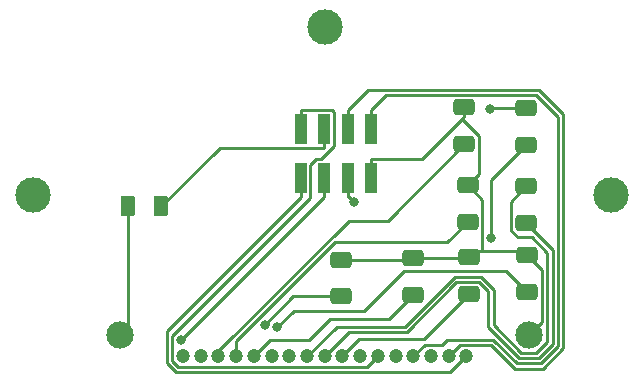
<source format=gbr>
%TF.GenerationSoftware,KiCad,Pcbnew,7.0.2-0*%
%TF.CreationDate,2023-11-12T18:26:11-05:00*%
%TF.ProjectId,LCD Module,4c434420-4d6f-4647-956c-652e6b696361,rev?*%
%TF.SameCoordinates,Original*%
%TF.FileFunction,Copper,L2,Bot*%
%TF.FilePolarity,Positive*%
%FSLAX46Y46*%
G04 Gerber Fmt 4.6, Leading zero omitted, Abs format (unit mm)*
G04 Created by KiCad (PCBNEW 7.0.2-0) date 2023-11-12 18:26:11*
%MOMM*%
%LPD*%
G01*
G04 APERTURE LIST*
G04 Aperture macros list*
%AMRoundRect*
0 Rectangle with rounded corners*
0 $1 Rounding radius*
0 $2 $3 $4 $5 $6 $7 $8 $9 X,Y pos of 4 corners*
0 Add a 4 corners polygon primitive as box body*
4,1,4,$2,$3,$4,$5,$6,$7,$8,$9,$2,$3,0*
0 Add four circle primitives for the rounded corners*
1,1,$1+$1,$2,$3*
1,1,$1+$1,$4,$5*
1,1,$1+$1,$6,$7*
1,1,$1+$1,$8,$9*
0 Add four rect primitives between the rounded corners*
20,1,$1+$1,$2,$3,$4,$5,0*
20,1,$1+$1,$4,$5,$6,$7,0*
20,1,$1+$1,$6,$7,$8,$9,0*
20,1,$1+$1,$8,$9,$2,$3,0*%
G04 Aperture macros list end*
%TA.AperFunction,ComponentPad*%
%ADD10C,1.200000*%
%TD*%
%TA.AperFunction,ComponentPad*%
%ADD11C,2.310000*%
%TD*%
%TA.AperFunction,SMDPad,CuDef*%
%ADD12R,1.000000X2.580000*%
%TD*%
%TA.AperFunction,SMDPad,CuDef*%
%ADD13RoundRect,0.250000X-0.650000X0.412500X-0.650000X-0.412500X0.650000X-0.412500X0.650000X0.412500X0*%
%TD*%
%TA.AperFunction,SMDPad,CuDef*%
%ADD14RoundRect,0.250000X-0.375000X-0.625000X0.375000X-0.625000X0.375000X0.625000X-0.375000X0.625000X0*%
%TD*%
%TA.AperFunction,ViaPad*%
%ADD15C,3.000000*%
%TD*%
%TA.AperFunction,ViaPad*%
%ADD16C,0.800000*%
%TD*%
%TA.AperFunction,Conductor*%
%ADD17C,0.250000*%
%TD*%
G04 APERTURE END LIST*
D10*
%TO.P,LCDScreen1,1,V0*%
%TO.N,Net-(LCDScreen1-V0)*%
X111042500Y-93955000D03*
%TO.P,LCDScreen1,2,V1*%
%TO.N,Net-(LCDScreen1-V1)*%
X112542500Y-93955000D03*
%TO.P,LCDScreen1,3,V2*%
%TO.N,Net-(LCDScreen1-V2)*%
X114042500Y-93955000D03*
%TO.P,LCDScreen1,4,V3*%
%TO.N,Net-(LCDScreen1-V3)*%
X115542500Y-93955000D03*
%TO.P,LCDScreen1,5,V4*%
%TO.N,Net-(LCDScreen1-V4)*%
X117042500Y-93955000D03*
%TO.P,LCDScreen1,6,C2-*%
%TO.N,Net-(LCDScreen1-C2-)*%
X118542500Y-93955000D03*
%TO.P,LCDScreen1,7,C2+*%
%TO.N,Net-(LCDScreen1-C2+)*%
X120042500Y-93955000D03*
%TO.P,LCDScreen1,8,C1+*%
%TO.N,Net-(LCDScreen1-C1+)*%
X121542500Y-93955000D03*
%TO.P,LCDScreen1,9,C1-*%
%TO.N,Net-(LCDScreen1-C1-)*%
X123042500Y-93955000D03*
%TO.P,LCDScreen1,10,VOUT*%
%TO.N,Net-(LCDScreen1-VOUT)*%
X124542500Y-93955000D03*
%TO.P,LCDScreen1,11,VSS*%
%TO.N,GND*%
X126042500Y-93955000D03*
%TO.P,LCDScreen1,12,VDD*%
%TO.N,+3.3V*%
X127542500Y-93955000D03*
%TO.P,LCDScreen1,13,SI*%
%TO.N,MISO*%
X129042500Y-93955000D03*
%TO.P,LCDScreen1,14,SCL*%
%TO.N,MOSI*%
X130542500Y-93955000D03*
%TO.P,LCDScreen1,15,A0*%
%TO.N,RS*%
X132042500Y-93955000D03*
%TO.P,LCDScreen1,16,/RES*%
%TO.N,reset*%
X133542500Y-93955000D03*
%TO.P,LCDScreen1,17,CS1B*%
%TO.N,CS1*%
X135042500Y-93955000D03*
D11*
%TO.P,LCDScreen1,MH1,A*%
%TO.N,Net-(LCDScreen1-A)*%
X105742500Y-92155000D03*
%TO.P,LCDScreen1,MH2,K*%
%TO.N,GND*%
X140342500Y-92155000D03*
%TD*%
D12*
%TO.P,J1,1,Pin_1*%
%TO.N,+3.3V*%
X121000000Y-74700000D03*
%TO.P,J1,2,Pin_2*%
%TO.N,CS1*%
X121000000Y-78870000D03*
%TO.P,J1,3,Pin_3*%
%TO.N,LEDBACKLIGHT*%
X123000000Y-74700000D03*
%TO.P,J1,4,Pin_4*%
%TO.N,MISO*%
X123000000Y-78870000D03*
%TO.P,J1,5,Pin_5*%
%TO.N,reset*%
X125000000Y-74700000D03*
%TO.P,J1,6,Pin_6*%
%TO.N,RS*%
X125000000Y-78870000D03*
%TO.P,J1,7,Pin_7*%
%TO.N,MOSI*%
X127000000Y-74700000D03*
%TO.P,J1,8,Pin_8*%
%TO.N,GND*%
X127000000Y-78870000D03*
%TD*%
D13*
%TO.P,C5,1*%
%TO.N,Net-(LCDScreen1-C2-)*%
X140108800Y-72927900D03*
%TO.P,C5,2*%
%TO.N,Net-(LCDScreen1-C2+)*%
X140108800Y-76052900D03*
%TD*%
%TO.P,C6,1*%
%TO.N,GND*%
X134874700Y-72889400D03*
%TO.P,C6,2*%
%TO.N,Net-(LCDScreen1-V2)*%
X134874700Y-76014400D03*
%TD*%
%TO.P,C8,1*%
%TO.N,GND*%
X140185800Y-85428200D03*
%TO.P,C8,2*%
%TO.N,Net-(LCDScreen1-V1)*%
X140185800Y-88553200D03*
%TD*%
%TO.P,C7,1*%
%TO.N,Net-(LCDScreen1-C1+)*%
X140108800Y-79586000D03*
%TO.P,C7,2*%
%TO.N,Net-(LCDScreen1-C1-)*%
X140108800Y-82711000D03*
%TD*%
%TO.P,C1,1*%
%TO.N,GND*%
X124460000Y-85775000D03*
%TO.P,C1,2*%
%TO.N,Net-(LCDScreen1-V0)*%
X124460000Y-88900000D03*
%TD*%
%TO.P,C2,1*%
%TO.N,GND*%
X130525800Y-85620600D03*
%TO.P,C2,2*%
%TO.N,Net-(LCDScreen1-V4)*%
X130525800Y-88745600D03*
%TD*%
D14*
%TO.P,R1,1*%
%TO.N,Net-(LCDScreen1-A)*%
X106420000Y-81280000D03*
%TO.P,R1,2*%
%TO.N,LEDBACKLIGHT*%
X109220000Y-81280000D03*
%TD*%
D13*
%TO.P,C4,1*%
%TO.N,GND*%
X135144100Y-79470500D03*
%TO.P,C4,2*%
%TO.N,Net-(LCDScreen1-V3)*%
X135144100Y-82595500D03*
%TD*%
%TO.P,C3,1*%
%TO.N,GND*%
X135221100Y-85582100D03*
%TO.P,C3,2*%
%TO.N,Net-(LCDScreen1-VOUT)*%
X135221100Y-88707100D03*
%TD*%
D15*
%TO.N,*%
X98351125Y-80279926D03*
X147289366Y-80279926D03*
X123070782Y-66082825D03*
D16*
%TO.N,Net-(LCDScreen1-V0)*%
X117986500Y-91287900D03*
%TO.N,Net-(LCDScreen1-C2-)*%
X137003600Y-73038600D03*
%TO.N,Net-(LCDScreen1-C2+)*%
X137146300Y-83977600D03*
%TO.N,Net-(LCDScreen1-V1)*%
X119002200Y-91509300D03*
%TO.N,MISO*%
X110874000Y-92574900D03*
%TO.N,RS*%
X125549000Y-80938700D03*
%TD*%
D17*
%TO.N,GND*%
X140185800Y-85428200D02*
X141414400Y-86656800D01*
X139787400Y-85029800D02*
X140185800Y-85428200D01*
X141414400Y-91083100D02*
X140342500Y-92155000D01*
X136104400Y-75354100D02*
X134648800Y-73898500D01*
X127000000Y-78870000D02*
X127000000Y-77254900D01*
X131292400Y-77254900D02*
X127000000Y-77254900D01*
X135773400Y-85029800D02*
X136370300Y-85029800D01*
X130525800Y-85620600D02*
X135182600Y-85620600D01*
X134648800Y-73898500D02*
X131292400Y-77254900D01*
X134874700Y-72889400D02*
X134874700Y-73672600D01*
X136370300Y-80696700D02*
X135144100Y-79470500D01*
X141414400Y-86656800D02*
X141414400Y-91083100D01*
X136104400Y-78510200D02*
X136104400Y-75354100D01*
X135182600Y-85620600D02*
X135221100Y-85582100D01*
X136370300Y-85029800D02*
X136370300Y-80696700D01*
X124460000Y-85775000D02*
X130371400Y-85775000D01*
X130371400Y-85775000D02*
X130525800Y-85620600D01*
X134874700Y-73672600D02*
X134648800Y-73898500D01*
X136370300Y-85029800D02*
X139787400Y-85029800D01*
X135221100Y-85582100D02*
X135773400Y-85029800D01*
X135144100Y-79470500D02*
X136104400Y-78510200D01*
%TO.N,Net-(LCDScreen1-V0)*%
X120374400Y-88900000D02*
X117986500Y-91287900D01*
X124460000Y-88900000D02*
X120374400Y-88900000D01*
%TO.N,Net-(LCDScreen1-V4)*%
X118409600Y-92587900D02*
X117042500Y-93955000D01*
X128491600Y-90779800D02*
X123521900Y-90779800D01*
X121713800Y-92587900D02*
X118409600Y-92587900D01*
X130525800Y-88745600D02*
X128491600Y-90779800D01*
X123521900Y-90779800D02*
X121713800Y-92587900D01*
%TO.N,Net-(LCDScreen1-VOUT)*%
X135221100Y-88707100D02*
X131419000Y-92509200D01*
X125988300Y-92509200D02*
X124542500Y-93955000D01*
X131419000Y-92509200D02*
X125988300Y-92509200D01*
%TO.N,Net-(LCDScreen1-V3)*%
X115542500Y-92699000D02*
X115542500Y-93955000D01*
X123920200Y-84321300D02*
X115542500Y-92699000D01*
X135144100Y-82595500D02*
X133418300Y-84321300D01*
X133418300Y-84321300D02*
X123920200Y-84321300D01*
%TO.N,Net-(LCDScreen1-C2-)*%
X137114300Y-72927900D02*
X137003600Y-73038600D01*
X140108800Y-72927900D02*
X137114300Y-72927900D01*
%TO.N,Net-(LCDScreen1-C2+)*%
X140108800Y-76052900D02*
X137146300Y-79015400D01*
X137146300Y-79015400D02*
X137146300Y-83977600D01*
%TO.N,Net-(LCDScreen1-V2)*%
X125066500Y-82503000D02*
X114042500Y-93527000D01*
X128386100Y-82503000D02*
X125066500Y-82503000D01*
X134874700Y-76014400D02*
X128386100Y-82503000D01*
X114042500Y-93527000D02*
X114042500Y-93955000D01*
%TO.N,Net-(LCDScreen1-C1+)*%
X139386200Y-83910300D02*
X140591100Y-83910300D01*
X138831500Y-80863300D02*
X138831500Y-83355600D01*
X136305100Y-87228800D02*
X134033500Y-87228800D01*
X140931700Y-93659100D02*
X139692200Y-93659100D01*
X124042500Y-91455000D02*
X121542500Y-93955000D01*
X141867000Y-85186200D02*
X141867000Y-92723800D01*
X129807400Y-91454900D02*
X124042500Y-91454900D01*
X138831500Y-83355600D02*
X139386200Y-83910300D01*
X134033500Y-87228800D02*
X129807400Y-91454900D01*
X124042500Y-91454900D02*
X124042500Y-91455000D01*
X137394900Y-91361800D02*
X137394900Y-88318600D01*
X139692200Y-93659100D02*
X137394900Y-91361800D01*
X137394900Y-88318600D02*
X136305100Y-87228800D01*
X141867000Y-92723800D02*
X140931700Y-93659100D01*
X140108800Y-79586000D02*
X138831500Y-80863300D01*
X140591100Y-83910300D02*
X141867000Y-85186200D01*
%TO.N,Net-(LCDScreen1-C1-)*%
X142360700Y-84962900D02*
X142360700Y-92928400D01*
X142360700Y-92928400D02*
X141171800Y-94117300D01*
X141171800Y-94117300D02*
X139513700Y-94117300D01*
X139513700Y-94117300D02*
X136855300Y-91458900D01*
X125092300Y-91905200D02*
X123042500Y-93955000D01*
X134200300Y-87698700D02*
X129993800Y-91905200D01*
X136855300Y-88415700D02*
X136138300Y-87698700D01*
X136855300Y-91458900D02*
X136855300Y-88415700D01*
X140108800Y-82711000D02*
X142360700Y-84962900D01*
X129993800Y-91905200D02*
X125092300Y-91905200D01*
X136138300Y-87698700D02*
X134200300Y-87698700D01*
%TO.N,Net-(LCDScreen1-V1)*%
X138411300Y-86778700D02*
X129731800Y-86778700D01*
X140185800Y-88553200D02*
X138411300Y-86778700D01*
X129731800Y-86778700D02*
X126405900Y-90104600D01*
X120406900Y-90104600D02*
X119002200Y-91509300D01*
X126405900Y-90104600D02*
X120406900Y-90104600D01*
%TO.N,CS1*%
X121000000Y-80485100D02*
X109664700Y-91820400D01*
X121000000Y-78870000D02*
X121000000Y-80485100D01*
X109664700Y-91820400D02*
X109664700Y-94555700D01*
X110441700Y-95332700D02*
X133664800Y-95332700D01*
X109664700Y-94555700D02*
X110441700Y-95332700D01*
X133664800Y-95332700D02*
X135042500Y-93955000D01*
%TO.N,+3.3V*%
X110628200Y-94882500D02*
X110114900Y-94369200D01*
X121000000Y-74700000D02*
X121000000Y-73084900D01*
X123826400Y-76164700D02*
X123826400Y-73269700D01*
X121825200Y-80576800D02*
X121825200Y-77750500D01*
X127542500Y-93955000D02*
X126615000Y-94882500D01*
X123641600Y-73084900D02*
X121000000Y-73084900D01*
X121825200Y-77750500D02*
X122320900Y-77254800D01*
X126615000Y-94882500D02*
X110628200Y-94882500D01*
X122736300Y-77254800D02*
X123826400Y-76164700D01*
X122320900Y-77254800D02*
X122736300Y-77254800D01*
X123826400Y-73269700D02*
X123641600Y-73084900D01*
X110114900Y-94369200D02*
X110114900Y-92287100D01*
X110114900Y-92287100D02*
X121825200Y-80576800D01*
%TO.N,MISO*%
X123000000Y-78870000D02*
X123000000Y-80485100D01*
X123000000Y-80485100D02*
X122963800Y-80485100D01*
X122963800Y-80485100D02*
X110874000Y-92574900D01*
%TO.N,MOSI*%
X132995100Y-93002400D02*
X133432000Y-92565500D01*
X131495100Y-93002400D02*
X132995100Y-93002400D01*
X128205300Y-71879600D02*
X127000000Y-73084900D01*
X142810900Y-73736300D02*
X140954200Y-71879600D01*
X137325400Y-92565500D02*
X139335500Y-94575600D01*
X133432000Y-92565500D02*
X137325400Y-92565500D01*
X139335500Y-94575600D02*
X141350200Y-94575600D01*
X141350200Y-94575600D02*
X142810900Y-93114900D01*
X142810900Y-93114900D02*
X142810900Y-73736300D01*
X127000000Y-74700000D02*
X127000000Y-73084900D01*
X130542500Y-93955000D02*
X131495100Y-93002400D01*
X140954200Y-71879600D02*
X128205300Y-71879600D01*
%TO.N,reset*%
X141190700Y-71393600D02*
X126691300Y-71393600D01*
X141536700Y-95025700D02*
X143261000Y-93301400D01*
X143261000Y-93301400D02*
X143261000Y-73463900D01*
X133542500Y-93955000D02*
X134481900Y-93015600D01*
X139149000Y-95025700D02*
X141536700Y-95025700D01*
X143261000Y-73463900D02*
X141190700Y-71393600D01*
X134481900Y-93015600D02*
X137138900Y-93015600D01*
X126691300Y-71393600D02*
X125000000Y-73084900D01*
X125000000Y-74700000D02*
X125000000Y-73084900D01*
X137138900Y-93015600D02*
X139149000Y-95025700D01*
%TO.N,RS*%
X125095400Y-80485100D02*
X125000000Y-80485100D01*
X125000000Y-78870000D02*
X125000000Y-80485100D01*
X125549000Y-80938700D02*
X125095400Y-80485100D01*
%TO.N,LEDBACKLIGHT*%
X109220000Y-81280000D02*
X114184900Y-76315100D01*
X114184900Y-76315100D02*
X123000000Y-76315100D01*
X123000000Y-74700000D02*
X123000000Y-76315100D01*
%TO.N,Net-(LCDScreen1-A)*%
X106420000Y-91477500D02*
X106420000Y-81280000D01*
X105742500Y-92155000D02*
X106420000Y-91477500D01*
%TD*%
M02*

</source>
